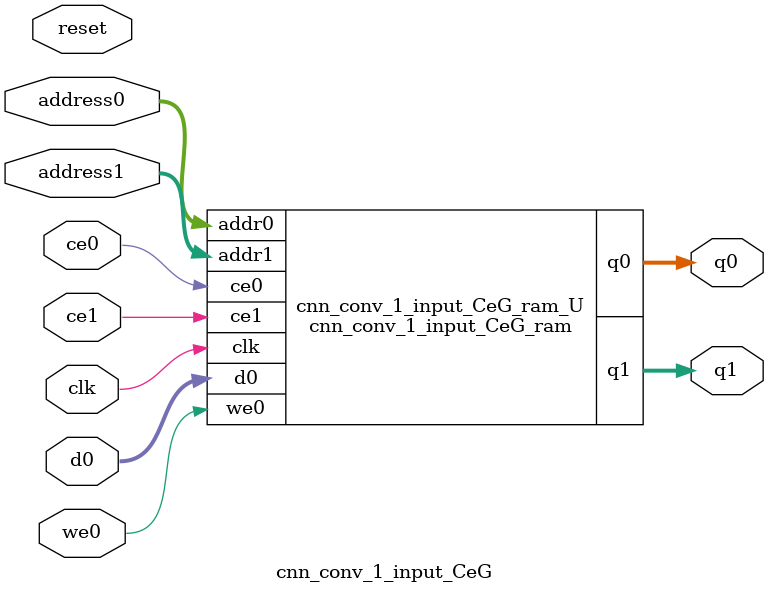
<source format=v>
`timescale 1 ns / 1 ps
module cnn_conv_1_input_CeG_ram (addr0, ce0, d0, we0, q0, addr1, ce1, q1,  clk);

parameter DWIDTH = 14;
parameter AWIDTH = 7;
parameter MEM_SIZE = 81;

input[AWIDTH-1:0] addr0;
input ce0;
input[DWIDTH-1:0] d0;
input we0;
output reg[DWIDTH-1:0] q0;
input[AWIDTH-1:0] addr1;
input ce1;
output reg[DWIDTH-1:0] q1;
input clk;

(* ram_style = "block" *)reg [DWIDTH-1:0] ram[0:MEM_SIZE-1];




always @(posedge clk)  
begin 
    if (ce0) 
    begin
        if (we0) 
        begin 
            ram[addr0] <= d0; 
        end 
        q0 <= ram[addr0];
    end
end


always @(posedge clk)  
begin 
    if (ce1) 
    begin
        q1 <= ram[addr1];
    end
end


endmodule

`timescale 1 ns / 1 ps
module cnn_conv_1_input_CeG(
    reset,
    clk,
    address0,
    ce0,
    we0,
    d0,
    q0,
    address1,
    ce1,
    q1);

parameter DataWidth = 32'd14;
parameter AddressRange = 32'd81;
parameter AddressWidth = 32'd7;
input reset;
input clk;
input[AddressWidth - 1:0] address0;
input ce0;
input we0;
input[DataWidth - 1:0] d0;
output[DataWidth - 1:0] q0;
input[AddressWidth - 1:0] address1;
input ce1;
output[DataWidth - 1:0] q1;



cnn_conv_1_input_CeG_ram cnn_conv_1_input_CeG_ram_U(
    .clk( clk ),
    .addr0( address0 ),
    .ce0( ce0 ),
    .we0( we0 ),
    .d0( d0 ),
    .q0( q0 ),
    .addr1( address1 ),
    .ce1( ce1 ),
    .q1( q1 ));

endmodule


</source>
